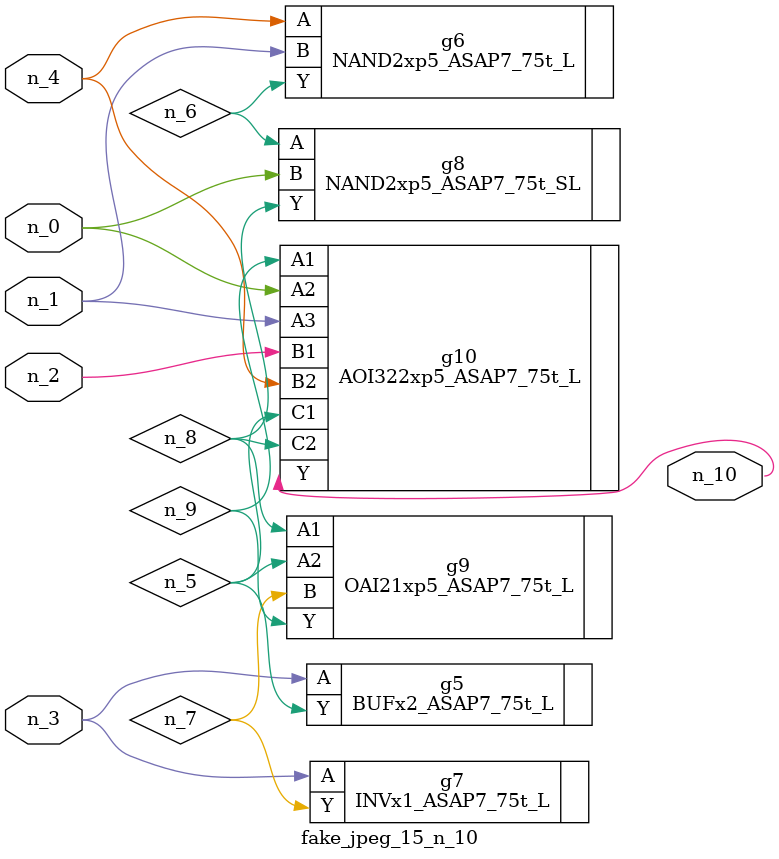
<source format=v>
module fake_jpeg_15_n_10 (n_3, n_2, n_1, n_0, n_4, n_10);

input n_3;
input n_2;
input n_1;
input n_0;
input n_4;

output n_10;

wire n_8;
wire n_9;
wire n_6;
wire n_5;
wire n_7;

BUFx2_ASAP7_75t_L g5 ( 
.A(n_3),
.Y(n_5)
);

NAND2xp5_ASAP7_75t_L g6 ( 
.A(n_4),
.B(n_1),
.Y(n_6)
);

INVx1_ASAP7_75t_L g7 ( 
.A(n_3),
.Y(n_7)
);

NAND2xp5_ASAP7_75t_SL g8 ( 
.A(n_6),
.B(n_0),
.Y(n_8)
);

OAI21xp5_ASAP7_75t_L g9 ( 
.A1(n_8),
.A2(n_5),
.B(n_7),
.Y(n_9)
);

AOI322xp5_ASAP7_75t_L g10 ( 
.A1(n_9),
.A2(n_0),
.A3(n_1),
.B1(n_2),
.B2(n_4),
.C1(n_5),
.C2(n_8),
.Y(n_10)
);


endmodule
</source>
